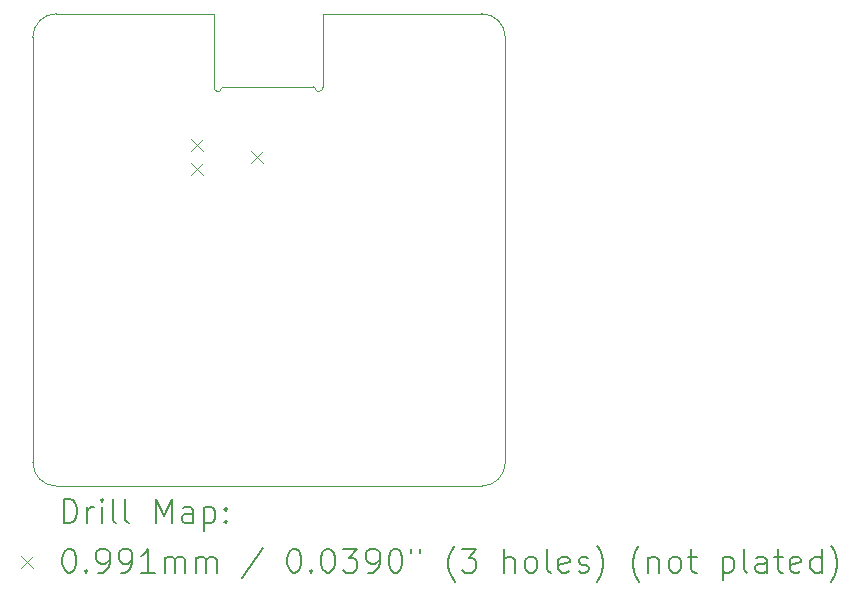
<source format=gbr>
%TF.GenerationSoftware,KiCad,Pcbnew,8.0.4*%
%TF.CreationDate,2024-10-04T10:02:08-04:00*%
%TF.ProjectId,BlueSTM32,426c7565-5354-44d3-9332-2e6b69636164,rev?*%
%TF.SameCoordinates,Original*%
%TF.FileFunction,Drillmap*%
%TF.FilePolarity,Positive*%
%FSLAX45Y45*%
G04 Gerber Fmt 4.5, Leading zero omitted, Abs format (unit mm)*
G04 Created by KiCad (PCBNEW 8.0.4) date 2024-10-04 10:02:08*
%MOMM*%
%LPD*%
G01*
G04 APERTURE LIST*
%ADD10C,0.010000*%
%ADD11C,0.200000*%
%ADD12C,0.100000*%
G04 APERTURE END LIST*
D10*
X19000000Y-13800000D02*
G75*
G02*
X18800000Y-14000000I-200000J0D01*
G01*
X18800000Y-10000000D02*
X17647000Y-10000000D01*
X15200000Y-14000000D02*
G75*
G02*
X15000000Y-13800000I0J200000D01*
G01*
X18800000Y-14000000D02*
X15200000Y-14000000D01*
X15000000Y-10200000D02*
G75*
G02*
X15200000Y-10000000I200000J0D01*
G01*
X15000000Y-13800000D02*
X15000000Y-10200000D01*
X18800000Y-10000000D02*
G75*
G02*
X19000000Y-10200000I0J-200000D01*
G01*
X16359000Y-10000000D02*
X15200000Y-10000000D01*
X19000000Y-10200000D02*
X19000000Y-13800000D01*
X17457000Y-10620000D02*
G75*
G02*
X17424500Y-10660000I-36250J-3750D01*
G01*
X17424500Y-10660000D02*
G75*
G02*
X17392000Y-10632000I-2250J30250D01*
G01*
X17377000Y-10620000D02*
G75*
G02*
X17392000Y-10632000I1500J-13500D01*
G01*
X16598000Y-10632000D02*
G75*
G02*
X16613000Y-10620000I13500J-1500D01*
G01*
X16598000Y-10632000D02*
G75*
G02*
X16565500Y-10660000I-30250J2250D01*
G01*
X16565500Y-10660000D02*
G75*
G02*
X16533000Y-10620000I3750J36250D01*
G01*
X17647000Y-10000000D02*
X17457000Y-10000000D01*
X17457000Y-10000000D02*
X17457000Y-10620000D01*
X17377000Y-10620000D02*
X16613000Y-10620000D01*
X16533000Y-10620000D02*
X16533000Y-10000000D01*
X16533000Y-10000000D02*
X16359000Y-10000000D01*
D11*
D12*
X16338470Y-11059870D02*
X16437530Y-11158930D01*
X16437530Y-11059870D02*
X16338470Y-11158930D01*
X16338470Y-11263070D02*
X16437530Y-11362130D01*
X16437530Y-11263070D02*
X16338470Y-11362130D01*
X16846470Y-11161470D02*
X16945530Y-11260530D01*
X16945530Y-11161470D02*
X16846470Y-11260530D01*
D11*
X15260277Y-14311984D02*
X15260277Y-14111984D01*
X15260277Y-14111984D02*
X15307896Y-14111984D01*
X15307896Y-14111984D02*
X15336467Y-14121508D01*
X15336467Y-14121508D02*
X15355515Y-14140555D01*
X15355515Y-14140555D02*
X15365039Y-14159603D01*
X15365039Y-14159603D02*
X15374562Y-14197698D01*
X15374562Y-14197698D02*
X15374562Y-14226269D01*
X15374562Y-14226269D02*
X15365039Y-14264365D01*
X15365039Y-14264365D02*
X15355515Y-14283412D01*
X15355515Y-14283412D02*
X15336467Y-14302460D01*
X15336467Y-14302460D02*
X15307896Y-14311984D01*
X15307896Y-14311984D02*
X15260277Y-14311984D01*
X15460277Y-14311984D02*
X15460277Y-14178650D01*
X15460277Y-14216746D02*
X15469801Y-14197698D01*
X15469801Y-14197698D02*
X15479324Y-14188174D01*
X15479324Y-14188174D02*
X15498372Y-14178650D01*
X15498372Y-14178650D02*
X15517420Y-14178650D01*
X15584086Y-14311984D02*
X15584086Y-14178650D01*
X15584086Y-14111984D02*
X15574562Y-14121508D01*
X15574562Y-14121508D02*
X15584086Y-14131031D01*
X15584086Y-14131031D02*
X15593610Y-14121508D01*
X15593610Y-14121508D02*
X15584086Y-14111984D01*
X15584086Y-14111984D02*
X15584086Y-14131031D01*
X15707896Y-14311984D02*
X15688848Y-14302460D01*
X15688848Y-14302460D02*
X15679324Y-14283412D01*
X15679324Y-14283412D02*
X15679324Y-14111984D01*
X15812658Y-14311984D02*
X15793610Y-14302460D01*
X15793610Y-14302460D02*
X15784086Y-14283412D01*
X15784086Y-14283412D02*
X15784086Y-14111984D01*
X16041229Y-14311984D02*
X16041229Y-14111984D01*
X16041229Y-14111984D02*
X16107896Y-14254841D01*
X16107896Y-14254841D02*
X16174562Y-14111984D01*
X16174562Y-14111984D02*
X16174562Y-14311984D01*
X16355515Y-14311984D02*
X16355515Y-14207222D01*
X16355515Y-14207222D02*
X16345991Y-14188174D01*
X16345991Y-14188174D02*
X16326943Y-14178650D01*
X16326943Y-14178650D02*
X16288848Y-14178650D01*
X16288848Y-14178650D02*
X16269801Y-14188174D01*
X16355515Y-14302460D02*
X16336467Y-14311984D01*
X16336467Y-14311984D02*
X16288848Y-14311984D01*
X16288848Y-14311984D02*
X16269801Y-14302460D01*
X16269801Y-14302460D02*
X16260277Y-14283412D01*
X16260277Y-14283412D02*
X16260277Y-14264365D01*
X16260277Y-14264365D02*
X16269801Y-14245317D01*
X16269801Y-14245317D02*
X16288848Y-14235793D01*
X16288848Y-14235793D02*
X16336467Y-14235793D01*
X16336467Y-14235793D02*
X16355515Y-14226269D01*
X16450753Y-14178650D02*
X16450753Y-14378650D01*
X16450753Y-14188174D02*
X16469801Y-14178650D01*
X16469801Y-14178650D02*
X16507896Y-14178650D01*
X16507896Y-14178650D02*
X16526943Y-14188174D01*
X16526943Y-14188174D02*
X16536467Y-14197698D01*
X16536467Y-14197698D02*
X16545991Y-14216746D01*
X16545991Y-14216746D02*
X16545991Y-14273888D01*
X16545991Y-14273888D02*
X16536467Y-14292936D01*
X16536467Y-14292936D02*
X16526943Y-14302460D01*
X16526943Y-14302460D02*
X16507896Y-14311984D01*
X16507896Y-14311984D02*
X16469801Y-14311984D01*
X16469801Y-14311984D02*
X16450753Y-14302460D01*
X16631705Y-14292936D02*
X16641229Y-14302460D01*
X16641229Y-14302460D02*
X16631705Y-14311984D01*
X16631705Y-14311984D02*
X16622182Y-14302460D01*
X16622182Y-14302460D02*
X16631705Y-14292936D01*
X16631705Y-14292936D02*
X16631705Y-14311984D01*
X16631705Y-14188174D02*
X16641229Y-14197698D01*
X16641229Y-14197698D02*
X16631705Y-14207222D01*
X16631705Y-14207222D02*
X16622182Y-14197698D01*
X16622182Y-14197698D02*
X16631705Y-14188174D01*
X16631705Y-14188174D02*
X16631705Y-14207222D01*
D12*
X14900440Y-14590970D02*
X14999500Y-14690030D01*
X14999500Y-14590970D02*
X14900440Y-14690030D01*
D11*
X15298372Y-14531984D02*
X15317420Y-14531984D01*
X15317420Y-14531984D02*
X15336467Y-14541508D01*
X15336467Y-14541508D02*
X15345991Y-14551031D01*
X15345991Y-14551031D02*
X15355515Y-14570079D01*
X15355515Y-14570079D02*
X15365039Y-14608174D01*
X15365039Y-14608174D02*
X15365039Y-14655793D01*
X15365039Y-14655793D02*
X15355515Y-14693888D01*
X15355515Y-14693888D02*
X15345991Y-14712936D01*
X15345991Y-14712936D02*
X15336467Y-14722460D01*
X15336467Y-14722460D02*
X15317420Y-14731984D01*
X15317420Y-14731984D02*
X15298372Y-14731984D01*
X15298372Y-14731984D02*
X15279324Y-14722460D01*
X15279324Y-14722460D02*
X15269801Y-14712936D01*
X15269801Y-14712936D02*
X15260277Y-14693888D01*
X15260277Y-14693888D02*
X15250753Y-14655793D01*
X15250753Y-14655793D02*
X15250753Y-14608174D01*
X15250753Y-14608174D02*
X15260277Y-14570079D01*
X15260277Y-14570079D02*
X15269801Y-14551031D01*
X15269801Y-14551031D02*
X15279324Y-14541508D01*
X15279324Y-14541508D02*
X15298372Y-14531984D01*
X15450753Y-14712936D02*
X15460277Y-14722460D01*
X15460277Y-14722460D02*
X15450753Y-14731984D01*
X15450753Y-14731984D02*
X15441229Y-14722460D01*
X15441229Y-14722460D02*
X15450753Y-14712936D01*
X15450753Y-14712936D02*
X15450753Y-14731984D01*
X15555515Y-14731984D02*
X15593610Y-14731984D01*
X15593610Y-14731984D02*
X15612658Y-14722460D01*
X15612658Y-14722460D02*
X15622182Y-14712936D01*
X15622182Y-14712936D02*
X15641229Y-14684365D01*
X15641229Y-14684365D02*
X15650753Y-14646269D01*
X15650753Y-14646269D02*
X15650753Y-14570079D01*
X15650753Y-14570079D02*
X15641229Y-14551031D01*
X15641229Y-14551031D02*
X15631705Y-14541508D01*
X15631705Y-14541508D02*
X15612658Y-14531984D01*
X15612658Y-14531984D02*
X15574562Y-14531984D01*
X15574562Y-14531984D02*
X15555515Y-14541508D01*
X15555515Y-14541508D02*
X15545991Y-14551031D01*
X15545991Y-14551031D02*
X15536467Y-14570079D01*
X15536467Y-14570079D02*
X15536467Y-14617698D01*
X15536467Y-14617698D02*
X15545991Y-14636746D01*
X15545991Y-14636746D02*
X15555515Y-14646269D01*
X15555515Y-14646269D02*
X15574562Y-14655793D01*
X15574562Y-14655793D02*
X15612658Y-14655793D01*
X15612658Y-14655793D02*
X15631705Y-14646269D01*
X15631705Y-14646269D02*
X15641229Y-14636746D01*
X15641229Y-14636746D02*
X15650753Y-14617698D01*
X15745991Y-14731984D02*
X15784086Y-14731984D01*
X15784086Y-14731984D02*
X15803134Y-14722460D01*
X15803134Y-14722460D02*
X15812658Y-14712936D01*
X15812658Y-14712936D02*
X15831705Y-14684365D01*
X15831705Y-14684365D02*
X15841229Y-14646269D01*
X15841229Y-14646269D02*
X15841229Y-14570079D01*
X15841229Y-14570079D02*
X15831705Y-14551031D01*
X15831705Y-14551031D02*
X15822182Y-14541508D01*
X15822182Y-14541508D02*
X15803134Y-14531984D01*
X15803134Y-14531984D02*
X15765039Y-14531984D01*
X15765039Y-14531984D02*
X15745991Y-14541508D01*
X15745991Y-14541508D02*
X15736467Y-14551031D01*
X15736467Y-14551031D02*
X15726943Y-14570079D01*
X15726943Y-14570079D02*
X15726943Y-14617698D01*
X15726943Y-14617698D02*
X15736467Y-14636746D01*
X15736467Y-14636746D02*
X15745991Y-14646269D01*
X15745991Y-14646269D02*
X15765039Y-14655793D01*
X15765039Y-14655793D02*
X15803134Y-14655793D01*
X15803134Y-14655793D02*
X15822182Y-14646269D01*
X15822182Y-14646269D02*
X15831705Y-14636746D01*
X15831705Y-14636746D02*
X15841229Y-14617698D01*
X16031705Y-14731984D02*
X15917420Y-14731984D01*
X15974562Y-14731984D02*
X15974562Y-14531984D01*
X15974562Y-14531984D02*
X15955515Y-14560555D01*
X15955515Y-14560555D02*
X15936467Y-14579603D01*
X15936467Y-14579603D02*
X15917420Y-14589127D01*
X16117420Y-14731984D02*
X16117420Y-14598650D01*
X16117420Y-14617698D02*
X16126943Y-14608174D01*
X16126943Y-14608174D02*
X16145991Y-14598650D01*
X16145991Y-14598650D02*
X16174563Y-14598650D01*
X16174563Y-14598650D02*
X16193610Y-14608174D01*
X16193610Y-14608174D02*
X16203134Y-14627222D01*
X16203134Y-14627222D02*
X16203134Y-14731984D01*
X16203134Y-14627222D02*
X16212658Y-14608174D01*
X16212658Y-14608174D02*
X16231705Y-14598650D01*
X16231705Y-14598650D02*
X16260277Y-14598650D01*
X16260277Y-14598650D02*
X16279324Y-14608174D01*
X16279324Y-14608174D02*
X16288848Y-14627222D01*
X16288848Y-14627222D02*
X16288848Y-14731984D01*
X16384086Y-14731984D02*
X16384086Y-14598650D01*
X16384086Y-14617698D02*
X16393610Y-14608174D01*
X16393610Y-14608174D02*
X16412658Y-14598650D01*
X16412658Y-14598650D02*
X16441229Y-14598650D01*
X16441229Y-14598650D02*
X16460277Y-14608174D01*
X16460277Y-14608174D02*
X16469801Y-14627222D01*
X16469801Y-14627222D02*
X16469801Y-14731984D01*
X16469801Y-14627222D02*
X16479324Y-14608174D01*
X16479324Y-14608174D02*
X16498372Y-14598650D01*
X16498372Y-14598650D02*
X16526943Y-14598650D01*
X16526943Y-14598650D02*
X16545991Y-14608174D01*
X16545991Y-14608174D02*
X16555515Y-14627222D01*
X16555515Y-14627222D02*
X16555515Y-14731984D01*
X16945991Y-14522460D02*
X16774563Y-14779603D01*
X17203134Y-14531984D02*
X17222182Y-14531984D01*
X17222182Y-14531984D02*
X17241229Y-14541508D01*
X17241229Y-14541508D02*
X17250753Y-14551031D01*
X17250753Y-14551031D02*
X17260277Y-14570079D01*
X17260277Y-14570079D02*
X17269801Y-14608174D01*
X17269801Y-14608174D02*
X17269801Y-14655793D01*
X17269801Y-14655793D02*
X17260277Y-14693888D01*
X17260277Y-14693888D02*
X17250753Y-14712936D01*
X17250753Y-14712936D02*
X17241229Y-14722460D01*
X17241229Y-14722460D02*
X17222182Y-14731984D01*
X17222182Y-14731984D02*
X17203134Y-14731984D01*
X17203134Y-14731984D02*
X17184087Y-14722460D01*
X17184087Y-14722460D02*
X17174563Y-14712936D01*
X17174563Y-14712936D02*
X17165039Y-14693888D01*
X17165039Y-14693888D02*
X17155515Y-14655793D01*
X17155515Y-14655793D02*
X17155515Y-14608174D01*
X17155515Y-14608174D02*
X17165039Y-14570079D01*
X17165039Y-14570079D02*
X17174563Y-14551031D01*
X17174563Y-14551031D02*
X17184087Y-14541508D01*
X17184087Y-14541508D02*
X17203134Y-14531984D01*
X17355515Y-14712936D02*
X17365039Y-14722460D01*
X17365039Y-14722460D02*
X17355515Y-14731984D01*
X17355515Y-14731984D02*
X17345991Y-14722460D01*
X17345991Y-14722460D02*
X17355515Y-14712936D01*
X17355515Y-14712936D02*
X17355515Y-14731984D01*
X17488848Y-14531984D02*
X17507896Y-14531984D01*
X17507896Y-14531984D02*
X17526944Y-14541508D01*
X17526944Y-14541508D02*
X17536468Y-14551031D01*
X17536468Y-14551031D02*
X17545991Y-14570079D01*
X17545991Y-14570079D02*
X17555515Y-14608174D01*
X17555515Y-14608174D02*
X17555515Y-14655793D01*
X17555515Y-14655793D02*
X17545991Y-14693888D01*
X17545991Y-14693888D02*
X17536468Y-14712936D01*
X17536468Y-14712936D02*
X17526944Y-14722460D01*
X17526944Y-14722460D02*
X17507896Y-14731984D01*
X17507896Y-14731984D02*
X17488848Y-14731984D01*
X17488848Y-14731984D02*
X17469801Y-14722460D01*
X17469801Y-14722460D02*
X17460277Y-14712936D01*
X17460277Y-14712936D02*
X17450753Y-14693888D01*
X17450753Y-14693888D02*
X17441229Y-14655793D01*
X17441229Y-14655793D02*
X17441229Y-14608174D01*
X17441229Y-14608174D02*
X17450753Y-14570079D01*
X17450753Y-14570079D02*
X17460277Y-14551031D01*
X17460277Y-14551031D02*
X17469801Y-14541508D01*
X17469801Y-14541508D02*
X17488848Y-14531984D01*
X17622182Y-14531984D02*
X17745991Y-14531984D01*
X17745991Y-14531984D02*
X17679325Y-14608174D01*
X17679325Y-14608174D02*
X17707896Y-14608174D01*
X17707896Y-14608174D02*
X17726944Y-14617698D01*
X17726944Y-14617698D02*
X17736468Y-14627222D01*
X17736468Y-14627222D02*
X17745991Y-14646269D01*
X17745991Y-14646269D02*
X17745991Y-14693888D01*
X17745991Y-14693888D02*
X17736468Y-14712936D01*
X17736468Y-14712936D02*
X17726944Y-14722460D01*
X17726944Y-14722460D02*
X17707896Y-14731984D01*
X17707896Y-14731984D02*
X17650753Y-14731984D01*
X17650753Y-14731984D02*
X17631706Y-14722460D01*
X17631706Y-14722460D02*
X17622182Y-14712936D01*
X17841229Y-14731984D02*
X17879325Y-14731984D01*
X17879325Y-14731984D02*
X17898372Y-14722460D01*
X17898372Y-14722460D02*
X17907896Y-14712936D01*
X17907896Y-14712936D02*
X17926944Y-14684365D01*
X17926944Y-14684365D02*
X17936468Y-14646269D01*
X17936468Y-14646269D02*
X17936468Y-14570079D01*
X17936468Y-14570079D02*
X17926944Y-14551031D01*
X17926944Y-14551031D02*
X17917420Y-14541508D01*
X17917420Y-14541508D02*
X17898372Y-14531984D01*
X17898372Y-14531984D02*
X17860277Y-14531984D01*
X17860277Y-14531984D02*
X17841229Y-14541508D01*
X17841229Y-14541508D02*
X17831706Y-14551031D01*
X17831706Y-14551031D02*
X17822182Y-14570079D01*
X17822182Y-14570079D02*
X17822182Y-14617698D01*
X17822182Y-14617698D02*
X17831706Y-14636746D01*
X17831706Y-14636746D02*
X17841229Y-14646269D01*
X17841229Y-14646269D02*
X17860277Y-14655793D01*
X17860277Y-14655793D02*
X17898372Y-14655793D01*
X17898372Y-14655793D02*
X17917420Y-14646269D01*
X17917420Y-14646269D02*
X17926944Y-14636746D01*
X17926944Y-14636746D02*
X17936468Y-14617698D01*
X18060277Y-14531984D02*
X18079325Y-14531984D01*
X18079325Y-14531984D02*
X18098372Y-14541508D01*
X18098372Y-14541508D02*
X18107896Y-14551031D01*
X18107896Y-14551031D02*
X18117420Y-14570079D01*
X18117420Y-14570079D02*
X18126944Y-14608174D01*
X18126944Y-14608174D02*
X18126944Y-14655793D01*
X18126944Y-14655793D02*
X18117420Y-14693888D01*
X18117420Y-14693888D02*
X18107896Y-14712936D01*
X18107896Y-14712936D02*
X18098372Y-14722460D01*
X18098372Y-14722460D02*
X18079325Y-14731984D01*
X18079325Y-14731984D02*
X18060277Y-14731984D01*
X18060277Y-14731984D02*
X18041229Y-14722460D01*
X18041229Y-14722460D02*
X18031706Y-14712936D01*
X18031706Y-14712936D02*
X18022182Y-14693888D01*
X18022182Y-14693888D02*
X18012658Y-14655793D01*
X18012658Y-14655793D02*
X18012658Y-14608174D01*
X18012658Y-14608174D02*
X18022182Y-14570079D01*
X18022182Y-14570079D02*
X18031706Y-14551031D01*
X18031706Y-14551031D02*
X18041229Y-14541508D01*
X18041229Y-14541508D02*
X18060277Y-14531984D01*
X18203134Y-14531984D02*
X18203134Y-14570079D01*
X18279325Y-14531984D02*
X18279325Y-14570079D01*
X18574563Y-14808174D02*
X18565039Y-14798650D01*
X18565039Y-14798650D02*
X18545991Y-14770079D01*
X18545991Y-14770079D02*
X18536468Y-14751031D01*
X18536468Y-14751031D02*
X18526944Y-14722460D01*
X18526944Y-14722460D02*
X18517420Y-14674841D01*
X18517420Y-14674841D02*
X18517420Y-14636746D01*
X18517420Y-14636746D02*
X18526944Y-14589127D01*
X18526944Y-14589127D02*
X18536468Y-14560555D01*
X18536468Y-14560555D02*
X18545991Y-14541508D01*
X18545991Y-14541508D02*
X18565039Y-14512936D01*
X18565039Y-14512936D02*
X18574563Y-14503412D01*
X18631706Y-14531984D02*
X18755515Y-14531984D01*
X18755515Y-14531984D02*
X18688849Y-14608174D01*
X18688849Y-14608174D02*
X18717420Y-14608174D01*
X18717420Y-14608174D02*
X18736468Y-14617698D01*
X18736468Y-14617698D02*
X18745991Y-14627222D01*
X18745991Y-14627222D02*
X18755515Y-14646269D01*
X18755515Y-14646269D02*
X18755515Y-14693888D01*
X18755515Y-14693888D02*
X18745991Y-14712936D01*
X18745991Y-14712936D02*
X18736468Y-14722460D01*
X18736468Y-14722460D02*
X18717420Y-14731984D01*
X18717420Y-14731984D02*
X18660277Y-14731984D01*
X18660277Y-14731984D02*
X18641230Y-14722460D01*
X18641230Y-14722460D02*
X18631706Y-14712936D01*
X18993611Y-14731984D02*
X18993611Y-14531984D01*
X19079325Y-14731984D02*
X19079325Y-14627222D01*
X19079325Y-14627222D02*
X19069801Y-14608174D01*
X19069801Y-14608174D02*
X19050753Y-14598650D01*
X19050753Y-14598650D02*
X19022182Y-14598650D01*
X19022182Y-14598650D02*
X19003134Y-14608174D01*
X19003134Y-14608174D02*
X18993611Y-14617698D01*
X19203134Y-14731984D02*
X19184087Y-14722460D01*
X19184087Y-14722460D02*
X19174563Y-14712936D01*
X19174563Y-14712936D02*
X19165039Y-14693888D01*
X19165039Y-14693888D02*
X19165039Y-14636746D01*
X19165039Y-14636746D02*
X19174563Y-14617698D01*
X19174563Y-14617698D02*
X19184087Y-14608174D01*
X19184087Y-14608174D02*
X19203134Y-14598650D01*
X19203134Y-14598650D02*
X19231706Y-14598650D01*
X19231706Y-14598650D02*
X19250753Y-14608174D01*
X19250753Y-14608174D02*
X19260277Y-14617698D01*
X19260277Y-14617698D02*
X19269801Y-14636746D01*
X19269801Y-14636746D02*
X19269801Y-14693888D01*
X19269801Y-14693888D02*
X19260277Y-14712936D01*
X19260277Y-14712936D02*
X19250753Y-14722460D01*
X19250753Y-14722460D02*
X19231706Y-14731984D01*
X19231706Y-14731984D02*
X19203134Y-14731984D01*
X19384087Y-14731984D02*
X19365039Y-14722460D01*
X19365039Y-14722460D02*
X19355515Y-14703412D01*
X19355515Y-14703412D02*
X19355515Y-14531984D01*
X19536468Y-14722460D02*
X19517420Y-14731984D01*
X19517420Y-14731984D02*
X19479325Y-14731984D01*
X19479325Y-14731984D02*
X19460277Y-14722460D01*
X19460277Y-14722460D02*
X19450753Y-14703412D01*
X19450753Y-14703412D02*
X19450753Y-14627222D01*
X19450753Y-14627222D02*
X19460277Y-14608174D01*
X19460277Y-14608174D02*
X19479325Y-14598650D01*
X19479325Y-14598650D02*
X19517420Y-14598650D01*
X19517420Y-14598650D02*
X19536468Y-14608174D01*
X19536468Y-14608174D02*
X19545992Y-14627222D01*
X19545992Y-14627222D02*
X19545992Y-14646269D01*
X19545992Y-14646269D02*
X19450753Y-14665317D01*
X19622182Y-14722460D02*
X19641230Y-14731984D01*
X19641230Y-14731984D02*
X19679325Y-14731984D01*
X19679325Y-14731984D02*
X19698373Y-14722460D01*
X19698373Y-14722460D02*
X19707896Y-14703412D01*
X19707896Y-14703412D02*
X19707896Y-14693888D01*
X19707896Y-14693888D02*
X19698373Y-14674841D01*
X19698373Y-14674841D02*
X19679325Y-14665317D01*
X19679325Y-14665317D02*
X19650753Y-14665317D01*
X19650753Y-14665317D02*
X19631706Y-14655793D01*
X19631706Y-14655793D02*
X19622182Y-14636746D01*
X19622182Y-14636746D02*
X19622182Y-14627222D01*
X19622182Y-14627222D02*
X19631706Y-14608174D01*
X19631706Y-14608174D02*
X19650753Y-14598650D01*
X19650753Y-14598650D02*
X19679325Y-14598650D01*
X19679325Y-14598650D02*
X19698373Y-14608174D01*
X19774563Y-14808174D02*
X19784087Y-14798650D01*
X19784087Y-14798650D02*
X19803134Y-14770079D01*
X19803134Y-14770079D02*
X19812658Y-14751031D01*
X19812658Y-14751031D02*
X19822182Y-14722460D01*
X19822182Y-14722460D02*
X19831706Y-14674841D01*
X19831706Y-14674841D02*
X19831706Y-14636746D01*
X19831706Y-14636746D02*
X19822182Y-14589127D01*
X19822182Y-14589127D02*
X19812658Y-14560555D01*
X19812658Y-14560555D02*
X19803134Y-14541508D01*
X19803134Y-14541508D02*
X19784087Y-14512936D01*
X19784087Y-14512936D02*
X19774563Y-14503412D01*
X20136468Y-14808174D02*
X20126944Y-14798650D01*
X20126944Y-14798650D02*
X20107896Y-14770079D01*
X20107896Y-14770079D02*
X20098373Y-14751031D01*
X20098373Y-14751031D02*
X20088849Y-14722460D01*
X20088849Y-14722460D02*
X20079325Y-14674841D01*
X20079325Y-14674841D02*
X20079325Y-14636746D01*
X20079325Y-14636746D02*
X20088849Y-14589127D01*
X20088849Y-14589127D02*
X20098373Y-14560555D01*
X20098373Y-14560555D02*
X20107896Y-14541508D01*
X20107896Y-14541508D02*
X20126944Y-14512936D01*
X20126944Y-14512936D02*
X20136468Y-14503412D01*
X20212658Y-14598650D02*
X20212658Y-14731984D01*
X20212658Y-14617698D02*
X20222182Y-14608174D01*
X20222182Y-14608174D02*
X20241230Y-14598650D01*
X20241230Y-14598650D02*
X20269801Y-14598650D01*
X20269801Y-14598650D02*
X20288849Y-14608174D01*
X20288849Y-14608174D02*
X20298373Y-14627222D01*
X20298373Y-14627222D02*
X20298373Y-14731984D01*
X20422182Y-14731984D02*
X20403134Y-14722460D01*
X20403134Y-14722460D02*
X20393611Y-14712936D01*
X20393611Y-14712936D02*
X20384087Y-14693888D01*
X20384087Y-14693888D02*
X20384087Y-14636746D01*
X20384087Y-14636746D02*
X20393611Y-14617698D01*
X20393611Y-14617698D02*
X20403134Y-14608174D01*
X20403134Y-14608174D02*
X20422182Y-14598650D01*
X20422182Y-14598650D02*
X20450754Y-14598650D01*
X20450754Y-14598650D02*
X20469801Y-14608174D01*
X20469801Y-14608174D02*
X20479325Y-14617698D01*
X20479325Y-14617698D02*
X20488849Y-14636746D01*
X20488849Y-14636746D02*
X20488849Y-14693888D01*
X20488849Y-14693888D02*
X20479325Y-14712936D01*
X20479325Y-14712936D02*
X20469801Y-14722460D01*
X20469801Y-14722460D02*
X20450754Y-14731984D01*
X20450754Y-14731984D02*
X20422182Y-14731984D01*
X20545992Y-14598650D02*
X20622182Y-14598650D01*
X20574563Y-14531984D02*
X20574563Y-14703412D01*
X20574563Y-14703412D02*
X20584087Y-14722460D01*
X20584087Y-14722460D02*
X20603134Y-14731984D01*
X20603134Y-14731984D02*
X20622182Y-14731984D01*
X20841230Y-14598650D02*
X20841230Y-14798650D01*
X20841230Y-14608174D02*
X20860277Y-14598650D01*
X20860277Y-14598650D02*
X20898373Y-14598650D01*
X20898373Y-14598650D02*
X20917420Y-14608174D01*
X20917420Y-14608174D02*
X20926944Y-14617698D01*
X20926944Y-14617698D02*
X20936468Y-14636746D01*
X20936468Y-14636746D02*
X20936468Y-14693888D01*
X20936468Y-14693888D02*
X20926944Y-14712936D01*
X20926944Y-14712936D02*
X20917420Y-14722460D01*
X20917420Y-14722460D02*
X20898373Y-14731984D01*
X20898373Y-14731984D02*
X20860277Y-14731984D01*
X20860277Y-14731984D02*
X20841230Y-14722460D01*
X21050754Y-14731984D02*
X21031706Y-14722460D01*
X21031706Y-14722460D02*
X21022182Y-14703412D01*
X21022182Y-14703412D02*
X21022182Y-14531984D01*
X21212658Y-14731984D02*
X21212658Y-14627222D01*
X21212658Y-14627222D02*
X21203135Y-14608174D01*
X21203135Y-14608174D02*
X21184087Y-14598650D01*
X21184087Y-14598650D02*
X21145992Y-14598650D01*
X21145992Y-14598650D02*
X21126944Y-14608174D01*
X21212658Y-14722460D02*
X21193611Y-14731984D01*
X21193611Y-14731984D02*
X21145992Y-14731984D01*
X21145992Y-14731984D02*
X21126944Y-14722460D01*
X21126944Y-14722460D02*
X21117420Y-14703412D01*
X21117420Y-14703412D02*
X21117420Y-14684365D01*
X21117420Y-14684365D02*
X21126944Y-14665317D01*
X21126944Y-14665317D02*
X21145992Y-14655793D01*
X21145992Y-14655793D02*
X21193611Y-14655793D01*
X21193611Y-14655793D02*
X21212658Y-14646269D01*
X21279325Y-14598650D02*
X21355515Y-14598650D01*
X21307896Y-14531984D02*
X21307896Y-14703412D01*
X21307896Y-14703412D02*
X21317420Y-14722460D01*
X21317420Y-14722460D02*
X21336468Y-14731984D01*
X21336468Y-14731984D02*
X21355515Y-14731984D01*
X21498373Y-14722460D02*
X21479325Y-14731984D01*
X21479325Y-14731984D02*
X21441230Y-14731984D01*
X21441230Y-14731984D02*
X21422182Y-14722460D01*
X21422182Y-14722460D02*
X21412658Y-14703412D01*
X21412658Y-14703412D02*
X21412658Y-14627222D01*
X21412658Y-14627222D02*
X21422182Y-14608174D01*
X21422182Y-14608174D02*
X21441230Y-14598650D01*
X21441230Y-14598650D02*
X21479325Y-14598650D01*
X21479325Y-14598650D02*
X21498373Y-14608174D01*
X21498373Y-14608174D02*
X21507896Y-14627222D01*
X21507896Y-14627222D02*
X21507896Y-14646269D01*
X21507896Y-14646269D02*
X21412658Y-14665317D01*
X21679325Y-14731984D02*
X21679325Y-14531984D01*
X21679325Y-14722460D02*
X21660277Y-14731984D01*
X21660277Y-14731984D02*
X21622182Y-14731984D01*
X21622182Y-14731984D02*
X21603135Y-14722460D01*
X21603135Y-14722460D02*
X21593611Y-14712936D01*
X21593611Y-14712936D02*
X21584087Y-14693888D01*
X21584087Y-14693888D02*
X21584087Y-14636746D01*
X21584087Y-14636746D02*
X21593611Y-14617698D01*
X21593611Y-14617698D02*
X21603135Y-14608174D01*
X21603135Y-14608174D02*
X21622182Y-14598650D01*
X21622182Y-14598650D02*
X21660277Y-14598650D01*
X21660277Y-14598650D02*
X21679325Y-14608174D01*
X21755516Y-14808174D02*
X21765039Y-14798650D01*
X21765039Y-14798650D02*
X21784087Y-14770079D01*
X21784087Y-14770079D02*
X21793611Y-14751031D01*
X21793611Y-14751031D02*
X21803135Y-14722460D01*
X21803135Y-14722460D02*
X21812658Y-14674841D01*
X21812658Y-14674841D02*
X21812658Y-14636746D01*
X21812658Y-14636746D02*
X21803135Y-14589127D01*
X21803135Y-14589127D02*
X21793611Y-14560555D01*
X21793611Y-14560555D02*
X21784087Y-14541508D01*
X21784087Y-14541508D02*
X21765039Y-14512936D01*
X21765039Y-14512936D02*
X21755516Y-14503412D01*
M02*

</source>
